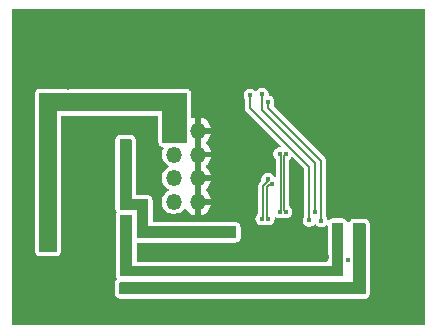
<source format=gbl>
G04 #@! TF.GenerationSoftware,KiCad,Pcbnew,9.0.0*
G04 #@! TF.CreationDate,2025-09-01T12:56:58+03:00*
G04 #@! TF.ProjectId,OV24-RV_V1.0,4f563234-2d52-4565-9f56-312e302e6b69,rev?*
G04 #@! TF.SameCoordinates,Original*
G04 #@! TF.FileFunction,Copper,L2,Bot*
G04 #@! TF.FilePolarity,Positive*
%FSLAX46Y46*%
G04 Gerber Fmt 4.6, Leading zero omitted, Abs format (unit mm)*
G04 Created by KiCad (PCBNEW 9.0.0) date 2025-09-01 12:56:58*
%MOMM*%
%LPD*%
G01*
G04 APERTURE LIST*
G04 #@! TA.AperFunction,ComponentPad*
%ADD10R,1.350000X1.350000*%
G04 #@! TD*
G04 #@! TA.AperFunction,ComponentPad*
%ADD11O,1.350000X1.350000*%
G04 #@! TD*
G04 #@! TA.AperFunction,ViaPad*
%ADD12C,0.400000*%
G04 #@! TD*
G04 #@! TA.AperFunction,ViaPad*
%ADD13C,0.508000*%
G04 #@! TD*
G04 #@! TA.AperFunction,ViaPad*
%ADD14C,0.500000*%
G04 #@! TD*
G04 #@! TA.AperFunction,Conductor*
%ADD15C,0.152400*%
G04 #@! TD*
G04 #@! TA.AperFunction,Conductor*
%ADD16C,0.200000*%
G04 #@! TD*
G04 APERTURE END LIST*
D10*
X67583750Y-70301250D03*
D11*
X69583750Y-70301250D03*
X67583750Y-72301250D03*
X69583750Y-72301250D03*
X67583750Y-74301250D03*
X69583750Y-74301250D03*
X67583750Y-76301250D03*
X69583750Y-76301250D03*
D12*
X75557250Y-77723080D03*
X75905073Y-74772573D03*
X79043750Y-77871250D03*
X74043750Y-67291250D03*
X80043750Y-77891250D03*
X75543750Y-67821250D03*
X77057250Y-72231250D03*
X77057250Y-77141250D03*
X75532427Y-74399927D03*
X75030250Y-77723080D03*
X76530250Y-72231250D03*
X76530250Y-77141250D03*
D13*
X63513750Y-71526250D03*
D12*
X72533750Y-78911250D03*
X75043750Y-67191250D03*
X79543750Y-77131250D03*
X72033750Y-81041250D03*
X80553750Y-80961250D03*
X73333750Y-64411250D03*
X81563750Y-64441250D03*
D14*
X58833750Y-78411250D03*
X59923750Y-75551250D03*
D12*
X80553750Y-64431250D03*
D14*
X59937500Y-69586250D03*
D12*
X77533750Y-64491250D03*
X82303750Y-81231250D03*
X74553750Y-64481250D03*
X79053750Y-64391250D03*
X78553750Y-81031250D03*
X76053750Y-64471250D03*
D14*
X58633750Y-66541250D03*
X58462500Y-72446250D03*
X59913750Y-81681250D03*
D12*
X73043750Y-81031250D03*
X77543750Y-81031250D03*
X76053750Y-81031250D03*
X74543750Y-81031250D03*
X56673750Y-80151250D03*
X57392500Y-74046250D03*
X56823750Y-68081250D03*
X56792500Y-74076250D03*
X57273750Y-80121250D03*
X57423750Y-68051250D03*
D13*
X63483750Y-83653750D03*
D12*
X83253750Y-78481250D03*
X81283750Y-78551250D03*
D13*
X63513750Y-77711250D03*
D15*
X75433450Y-75069116D02*
X75729993Y-74772573D01*
X75433450Y-77599280D02*
X75433450Y-75069116D01*
X75557250Y-77723080D02*
X75433450Y-77599280D01*
X75729993Y-74772573D02*
X75905073Y-74772573D01*
D16*
X79043750Y-77871250D02*
X79043750Y-73321250D01*
X74043750Y-68321250D02*
X74043750Y-67291250D01*
X79043750Y-73321250D02*
X74043750Y-68321250D01*
X75543750Y-68341250D02*
X75543750Y-67821250D01*
X80043750Y-72841250D02*
X75543750Y-68341250D01*
X80043750Y-77891250D02*
X80043750Y-72841250D01*
D15*
X77057250Y-77141250D02*
X76933450Y-77017450D01*
X77057250Y-72231250D02*
X76933450Y-72355050D01*
X76933450Y-72355050D02*
X76933450Y-77017450D01*
X75154050Y-77599280D02*
X75154050Y-74953384D01*
X75532427Y-74575007D02*
X75532427Y-74399927D01*
X75154050Y-74953384D02*
X75532427Y-74575007D01*
X75030250Y-77723080D02*
X75154050Y-77599280D01*
X76530250Y-72231250D02*
X76654050Y-72355050D01*
X76654050Y-72355050D02*
X76654050Y-77017450D01*
X76530250Y-77141250D02*
X76654050Y-77017450D01*
D16*
X79543750Y-73031250D02*
X79543750Y-77131250D01*
X75042750Y-68530250D02*
X75193750Y-68681250D01*
X75193750Y-68681250D02*
X79543750Y-73031250D01*
X75042750Y-67192250D02*
X75042750Y-68530250D01*
X75043750Y-67191250D02*
X75042750Y-67192250D01*
G04 #@! TA.AperFunction,Conductor*
G36*
X69833750Y-75985564D02*
G01*
X69829356Y-75981170D01*
X69738144Y-75928509D01*
X69636411Y-75901250D01*
X69531089Y-75901250D01*
X69429356Y-75928509D01*
X69338144Y-75981170D01*
X69333750Y-75985564D01*
X69333750Y-74616936D01*
X69338144Y-74621330D01*
X69429356Y-74673991D01*
X69531089Y-74701250D01*
X69636411Y-74701250D01*
X69738144Y-74673991D01*
X69829356Y-74621330D01*
X69833750Y-74616936D01*
X69833750Y-75985564D01*
G37*
G04 #@! TD.AperFunction*
G04 #@! TA.AperFunction,Conductor*
G36*
X69833750Y-73985564D02*
G01*
X69829356Y-73981170D01*
X69738144Y-73928509D01*
X69636411Y-73901250D01*
X69531089Y-73901250D01*
X69429356Y-73928509D01*
X69338144Y-73981170D01*
X69333750Y-73985564D01*
X69333750Y-72616936D01*
X69338144Y-72621330D01*
X69429356Y-72673991D01*
X69531089Y-72701250D01*
X69636411Y-72701250D01*
X69738144Y-72673991D01*
X69829356Y-72621330D01*
X69833750Y-72616936D01*
X69833750Y-73985564D01*
G37*
G04 #@! TD.AperFunction*
G04 #@! TA.AperFunction,Conductor*
G36*
X69833750Y-71985564D02*
G01*
X69829356Y-71981170D01*
X69738144Y-71928509D01*
X69636411Y-71901250D01*
X69531089Y-71901250D01*
X69429356Y-71928509D01*
X69338144Y-71981170D01*
X69333750Y-71985564D01*
X69333750Y-70616936D01*
X69338144Y-70621330D01*
X69429356Y-70673991D01*
X69531089Y-70701250D01*
X69636411Y-70701250D01*
X69738144Y-70673991D01*
X69829356Y-70621330D01*
X69833750Y-70616936D01*
X69833750Y-71985564D01*
G37*
G04 #@! TD.AperFunction*
G04 #@! TA.AperFunction,Conductor*
G36*
X88812441Y-59970657D02*
G01*
X88848405Y-60020157D01*
X88853250Y-60050750D01*
X88853250Y-86621750D01*
X88834343Y-86679941D01*
X88784843Y-86715905D01*
X88754250Y-86720750D01*
X53935750Y-86720750D01*
X53877559Y-86701843D01*
X53841595Y-86652343D01*
X53836750Y-86621750D01*
X53836750Y-83180250D01*
X62598250Y-83180250D01*
X62598250Y-84102265D01*
X62598932Y-84124273D01*
X62598933Y-84124288D01*
X62625312Y-84238298D01*
X62625313Y-84238300D01*
X62639660Y-84272937D01*
X62639664Y-84272945D01*
X62659011Y-84312520D01*
X62732783Y-84403366D01*
X62832055Y-84465336D01*
X62866703Y-84479688D01*
X62887319Y-84487488D01*
X63002750Y-84506750D01*
X83754766Y-84506750D01*
X83768850Y-84506312D01*
X83776782Y-84506067D01*
X83776785Y-84506066D01*
X83776788Y-84506066D01*
X83815045Y-84497214D01*
X83890797Y-84479688D01*
X83925445Y-84465336D01*
X83965020Y-84445989D01*
X84055866Y-84372217D01*
X84117836Y-84272945D01*
X84132188Y-84238297D01*
X84139988Y-84217681D01*
X84159250Y-84102250D01*
X84159250Y-78160250D01*
X84158567Y-78138218D01*
X84158566Y-78138214D01*
X84158566Y-78138211D01*
X84139316Y-78055012D01*
X84132188Y-78024203D01*
X84117836Y-77989555D01*
X84098489Y-77949980D01*
X84024717Y-77859134D01*
X83986636Y-77835362D01*
X83925447Y-77797165D01*
X83925445Y-77797164D01*
X83890799Y-77782813D01*
X83890797Y-77782812D01*
X83889427Y-77782293D01*
X83870182Y-77775012D01*
X83754750Y-77755750D01*
X82782750Y-77755750D01*
X82782734Y-77755750D01*
X82760726Y-77756432D01*
X82760711Y-77756433D01*
X82646701Y-77782812D01*
X82646699Y-77782813D01*
X82612062Y-77797160D01*
X82572479Y-77816511D01*
X82481635Y-77890281D01*
X82481634Y-77890282D01*
X82417495Y-77993029D01*
X82416306Y-77992287D01*
X82376826Y-78031414D01*
X82316352Y-78040713D01*
X82261961Y-78012690D01*
X82240815Y-77980888D01*
X82227841Y-77949567D01*
X82227840Y-77949566D01*
X82227836Y-77949555D01*
X82208489Y-77909980D01*
X82134717Y-77819134D01*
X82099524Y-77797165D01*
X82035447Y-77757165D01*
X82035445Y-77757164D01*
X82000799Y-77742813D01*
X82000797Y-77742812D01*
X81999427Y-77742293D01*
X81980182Y-77735012D01*
X81864750Y-77715750D01*
X80992750Y-77715750D01*
X80992734Y-77715750D01*
X80970726Y-77716432D01*
X80970711Y-77716433D01*
X80856701Y-77742812D01*
X80856699Y-77742813D01*
X80822062Y-77757160D01*
X80782479Y-77776511D01*
X80737106Y-77813357D01*
X80680014Y-77835362D01*
X80620892Y-77819607D01*
X80582322Y-77772110D01*
X80579074Y-77762138D01*
X80556734Y-77678765D01*
X80542570Y-77654232D01*
X80507513Y-77593510D01*
X80494250Y-77544011D01*
X80494250Y-72781942D01*
X80463549Y-72667364D01*
X80463549Y-72667362D01*
X80404242Y-72564640D01*
X80404241Y-72564639D01*
X80404240Y-72564638D01*
X80404239Y-72564636D01*
X76043321Y-68203718D01*
X76015544Y-68149201D01*
X76025115Y-68088769D01*
X76027574Y-68084240D01*
X76056734Y-68033735D01*
X76094250Y-67893725D01*
X76094250Y-67748775D01*
X76056734Y-67608765D01*
X76056732Y-67608762D01*
X76056732Y-67608760D01*
X75984262Y-67483239D01*
X75984260Y-67483237D01*
X75984259Y-67483235D01*
X75881765Y-67380741D01*
X75881762Y-67380739D01*
X75881760Y-67380737D01*
X75756238Y-67308267D01*
X75756234Y-67308265D01*
X75667626Y-67284522D01*
X75616312Y-67251198D01*
X75594386Y-67194076D01*
X75594250Y-67188896D01*
X75594250Y-67118775D01*
X75583528Y-67078760D01*
X75556734Y-66978765D01*
X75556732Y-66978762D01*
X75556732Y-66978760D01*
X75484262Y-66853239D01*
X75484260Y-66853237D01*
X75484259Y-66853235D01*
X75381765Y-66750741D01*
X75381762Y-66750739D01*
X75381760Y-66750737D01*
X75256238Y-66678267D01*
X75256239Y-66678267D01*
X75226646Y-66670337D01*
X75116225Y-66640750D01*
X74971275Y-66640750D01*
X74909540Y-66657291D01*
X74831260Y-66678267D01*
X74705739Y-66750737D01*
X74603239Y-66853237D01*
X74587595Y-66880332D01*
X74542124Y-66921271D01*
X74481273Y-66927665D01*
X74431858Y-66900834D01*
X74381765Y-66850741D01*
X74381762Y-66850739D01*
X74381760Y-66850737D01*
X74256238Y-66778267D01*
X74256239Y-66778267D01*
X74153511Y-66750741D01*
X74116225Y-66740750D01*
X73971275Y-66740750D01*
X73933989Y-66750741D01*
X73831260Y-66778267D01*
X73705739Y-66850737D01*
X73603237Y-66953239D01*
X73530767Y-67078760D01*
X73530766Y-67078765D01*
X73493250Y-67218775D01*
X73493250Y-67363725D01*
X73530766Y-67503735D01*
X73579986Y-67588987D01*
X73593250Y-67638486D01*
X73593250Y-68380559D01*
X73617463Y-68470923D01*
X73617462Y-68470923D01*
X73623950Y-68495136D01*
X73623952Y-68495140D01*
X73683257Y-68597859D01*
X73683258Y-68597860D01*
X73683259Y-68597861D01*
X73683261Y-68597864D01*
X75141041Y-70055644D01*
X76597143Y-71511746D01*
X76624920Y-71566263D01*
X76615349Y-71626695D01*
X76572084Y-71669960D01*
X76527139Y-71680750D01*
X76457775Y-71680750D01*
X76396040Y-71697291D01*
X76317760Y-71718267D01*
X76192239Y-71790737D01*
X76089737Y-71893239D01*
X76017267Y-72018760D01*
X76007384Y-72055644D01*
X75979750Y-72158775D01*
X75979750Y-72303725D01*
X76006151Y-72402253D01*
X76017267Y-72443739D01*
X76089737Y-72569260D01*
X76089739Y-72569262D01*
X76089741Y-72569265D01*
X76192235Y-72671759D01*
X76192237Y-72671760D01*
X76196824Y-72676347D01*
X76194959Y-72678211D01*
X76223273Y-72719407D01*
X76227350Y-72747525D01*
X76227350Y-74133095D01*
X76208443Y-74191286D01*
X76158943Y-74227250D01*
X76097757Y-74227250D01*
X76048257Y-74191286D01*
X76042614Y-74182595D01*
X75972939Y-74061916D01*
X75972937Y-74061914D01*
X75972936Y-74061912D01*
X75870442Y-73959418D01*
X75870439Y-73959416D01*
X75870437Y-73959414D01*
X75744915Y-73886944D01*
X75744916Y-73886944D01*
X75715323Y-73879014D01*
X75604902Y-73849427D01*
X75459952Y-73849427D01*
X75398217Y-73865968D01*
X75319937Y-73886944D01*
X75194416Y-73959414D01*
X75091914Y-74061916D01*
X75019444Y-74187437D01*
X74981927Y-74327452D01*
X74981927Y-74478891D01*
X74979296Y-74478891D01*
X74978706Y-74482067D01*
X74980959Y-74496288D01*
X74973262Y-74511394D01*
X74970167Y-74528067D01*
X74953182Y-74550805D01*
X74892050Y-74611938D01*
X74812607Y-74691381D01*
X74812605Y-74691383D01*
X74812605Y-74691384D01*
X74756429Y-74788684D01*
X74733944Y-74872601D01*
X74727350Y-74897209D01*
X74727350Y-77206804D01*
X74708443Y-77264995D01*
X74696302Y-77277461D01*
X74696824Y-77277983D01*
X74692237Y-77282569D01*
X74692235Y-77282571D01*
X74621071Y-77353735D01*
X74589738Y-77385068D01*
X74589737Y-77385069D01*
X74517267Y-77510590D01*
X74495049Y-77593510D01*
X74479750Y-77650605D01*
X74479750Y-77795555D01*
X74505132Y-77890281D01*
X74517267Y-77935569D01*
X74589737Y-78061090D01*
X74589739Y-78061092D01*
X74589741Y-78061095D01*
X74692235Y-78163589D01*
X74692237Y-78163590D01*
X74692239Y-78163592D01*
X74817761Y-78236062D01*
X74817762Y-78236062D01*
X74817765Y-78236064D01*
X74957775Y-78273580D01*
X74957776Y-78273580D01*
X75102724Y-78273580D01*
X75102725Y-78273580D01*
X75242735Y-78236064D01*
X75244249Y-78235189D01*
X75245476Y-78234928D01*
X75248733Y-78233580D01*
X75248982Y-78234183D01*
X75304096Y-78222468D01*
X75338711Y-78233714D01*
X75338767Y-78233580D01*
X75340478Y-78234288D01*
X75343250Y-78235189D01*
X75344765Y-78236064D01*
X75484775Y-78273580D01*
X75484776Y-78273580D01*
X75629724Y-78273580D01*
X75629725Y-78273580D01*
X75769735Y-78236064D01*
X75769737Y-78236062D01*
X75769739Y-78236062D01*
X75895260Y-78163592D01*
X75895260Y-78163591D01*
X75895265Y-78163589D01*
X75997759Y-78061095D01*
X76012392Y-78035750D01*
X76070232Y-77935569D01*
X76070232Y-77935567D01*
X76070234Y-77935565D01*
X76107750Y-77795555D01*
X76107750Y-77704454D01*
X76126657Y-77646263D01*
X76176157Y-77610299D01*
X76237343Y-77610299D01*
X76256245Y-77618715D01*
X76317765Y-77654234D01*
X76457775Y-77691750D01*
X76457776Y-77691750D01*
X76602724Y-77691750D01*
X76602725Y-77691750D01*
X76742735Y-77654234D01*
X76744249Y-77653359D01*
X76745476Y-77653098D01*
X76748733Y-77651750D01*
X76748982Y-77652353D01*
X76804096Y-77640638D01*
X76838711Y-77651884D01*
X76838767Y-77651750D01*
X76840478Y-77652458D01*
X76843250Y-77653359D01*
X76844765Y-77654234D01*
X76984775Y-77691750D01*
X76984776Y-77691750D01*
X77129724Y-77691750D01*
X77129725Y-77691750D01*
X77269735Y-77654234D01*
X77269737Y-77654232D01*
X77269739Y-77654232D01*
X77395260Y-77581762D01*
X77395260Y-77581761D01*
X77395265Y-77581759D01*
X77497759Y-77479265D01*
X77513906Y-77451298D01*
X77570232Y-77353739D01*
X77570232Y-77353737D01*
X77570234Y-77353735D01*
X77607750Y-77213725D01*
X77607750Y-77068775D01*
X77570234Y-76928765D01*
X77570232Y-76928762D01*
X77570232Y-76928760D01*
X77497762Y-76803239D01*
X77497760Y-76803237D01*
X77497759Y-76803235D01*
X77395265Y-76700741D01*
X77395262Y-76700739D01*
X77390676Y-76696153D01*
X77392535Y-76694293D01*
X77364215Y-76653053D01*
X77360150Y-76624974D01*
X77360150Y-72747525D01*
X77362574Y-72740062D01*
X77361325Y-72732315D01*
X77369656Y-72718265D01*
X77379057Y-72689334D01*
X77388949Y-72677720D01*
X77394352Y-72672285D01*
X77395265Y-72671759D01*
X77497759Y-72569265D01*
X77499097Y-72566947D01*
X77505500Y-72560508D01*
X77527340Y-72549301D01*
X77547571Y-72535394D01*
X77554113Y-72535564D01*
X77559938Y-72532576D01*
X77584194Y-72536347D01*
X77608736Y-72536987D01*
X77615419Y-72541203D01*
X77620396Y-72541977D01*
X77626904Y-72548448D01*
X77645705Y-72560309D01*
X78564254Y-73478857D01*
X78592031Y-73533374D01*
X78593250Y-73548861D01*
X78593250Y-77524011D01*
X78579987Y-77573510D01*
X78530766Y-77658763D01*
X78504401Y-77757160D01*
X78493250Y-77798775D01*
X78493250Y-77943725D01*
X78517908Y-78035750D01*
X78530767Y-78083739D01*
X78603237Y-78209260D01*
X78603239Y-78209262D01*
X78603241Y-78209265D01*
X78705735Y-78311759D01*
X78705737Y-78311760D01*
X78705739Y-78311762D01*
X78831261Y-78384232D01*
X78831262Y-78384232D01*
X78831265Y-78384234D01*
X78971275Y-78421750D01*
X78971276Y-78421750D01*
X79116224Y-78421750D01*
X79116225Y-78421750D01*
X79256235Y-78384234D01*
X79256237Y-78384232D01*
X79256239Y-78384232D01*
X79381760Y-78311762D01*
X79381760Y-78311761D01*
X79381765Y-78311759D01*
X79463748Y-78229775D01*
X79518263Y-78202000D01*
X79578695Y-78211571D01*
X79603750Y-78229774D01*
X79705735Y-78331759D01*
X79705737Y-78331760D01*
X79705739Y-78331762D01*
X79831261Y-78404232D01*
X79831262Y-78404232D01*
X79831265Y-78404234D01*
X79971275Y-78441750D01*
X79971276Y-78441750D01*
X80116224Y-78441750D01*
X80116225Y-78441750D01*
X80256235Y-78404234D01*
X80256237Y-78404232D01*
X80256239Y-78404232D01*
X80381760Y-78331762D01*
X80381760Y-78331761D01*
X80381765Y-78331759D01*
X80419248Y-78294275D01*
X80473763Y-78266500D01*
X80534195Y-78276071D01*
X80577460Y-78319336D01*
X80588250Y-78364281D01*
X80588250Y-80862887D01*
X80591291Y-80909288D01*
X80592961Y-80921974D01*
X80592963Y-80921986D01*
X80596847Y-80941505D01*
X80598750Y-80960822D01*
X80598750Y-80961675D01*
X80596847Y-80980991D01*
X80592966Y-81000498D01*
X80592962Y-81000524D01*
X80591291Y-81013212D01*
X80588250Y-81059611D01*
X80588250Y-81296750D01*
X80569343Y-81354941D01*
X80519843Y-81390905D01*
X80489250Y-81395750D01*
X64518250Y-81395750D01*
X64460059Y-81376843D01*
X64424095Y-81327343D01*
X64419250Y-81296750D01*
X64419250Y-79855750D01*
X64438157Y-79797559D01*
X64487657Y-79761595D01*
X64518250Y-79756750D01*
X72814766Y-79756750D01*
X72828850Y-79756312D01*
X72836782Y-79756067D01*
X72836785Y-79756066D01*
X72836788Y-79756066D01*
X72875045Y-79747214D01*
X72950797Y-79729688D01*
X72985445Y-79715336D01*
X73025020Y-79695989D01*
X73115866Y-79622217D01*
X73177836Y-79522945D01*
X73192188Y-79488297D01*
X73199988Y-79467681D01*
X73219250Y-79352250D01*
X73219250Y-78440250D01*
X73218567Y-78418218D01*
X73218566Y-78418214D01*
X73218566Y-78418211D01*
X73195689Y-78319336D01*
X73192188Y-78304203D01*
X73177836Y-78269555D01*
X73158489Y-78229980D01*
X73084717Y-78139134D01*
X72995978Y-78083739D01*
X72985447Y-78077165D01*
X72985445Y-78077164D01*
X72950797Y-78062812D01*
X72946246Y-78061090D01*
X72930182Y-78055012D01*
X72814750Y-78035750D01*
X65878250Y-78035750D01*
X65820059Y-78016843D01*
X65784095Y-77967343D01*
X65779250Y-77936750D01*
X65779250Y-76140234D01*
X65778567Y-76118226D01*
X65778567Y-76118218D01*
X65778566Y-76118214D01*
X65778566Y-76118211D01*
X65757255Y-76026104D01*
X65752188Y-76004203D01*
X65737836Y-75969555D01*
X65718489Y-75929980D01*
X65644717Y-75839134D01*
X65545445Y-75777164D01*
X65510797Y-75762812D01*
X65509427Y-75762293D01*
X65490182Y-75755012D01*
X65374750Y-75735750D01*
X64448250Y-75735750D01*
X64390059Y-75716843D01*
X64354095Y-75667343D01*
X64349250Y-75636750D01*
X64349250Y-71030234D01*
X64348567Y-71008226D01*
X64348567Y-71008218D01*
X64348566Y-71008214D01*
X64348566Y-71008211D01*
X64327481Y-70917081D01*
X64322188Y-70894203D01*
X64307836Y-70859555D01*
X64288489Y-70819980D01*
X64214717Y-70729134D01*
X64146438Y-70686511D01*
X64115447Y-70667165D01*
X64115445Y-70667164D01*
X64080799Y-70652813D01*
X64080797Y-70652812D01*
X64079427Y-70652293D01*
X64060182Y-70645012D01*
X63944750Y-70625750D01*
X63032750Y-70625750D01*
X63032734Y-70625750D01*
X63010726Y-70626432D01*
X63010711Y-70626433D01*
X62896701Y-70652812D01*
X62896699Y-70652813D01*
X62862062Y-70667160D01*
X62822479Y-70686511D01*
X62731635Y-70760281D01*
X62731634Y-70760282D01*
X62669665Y-70859552D01*
X62669664Y-70859554D01*
X62655309Y-70894210D01*
X62647512Y-70914817D01*
X62628250Y-71030250D01*
X62628250Y-76912265D01*
X62628932Y-76934273D01*
X62628933Y-76934288D01*
X62655312Y-77048298D01*
X62655313Y-77048300D01*
X62669660Y-77082937D01*
X62689011Y-77122520D01*
X62708023Y-77145932D01*
X62730028Y-77203023D01*
X62715152Y-77260762D01*
X62709666Y-77269550D01*
X62709665Y-77269552D01*
X62695309Y-77304210D01*
X62687512Y-77324817D01*
X62668250Y-77440250D01*
X62668250Y-82502265D01*
X62668932Y-82524273D01*
X62668933Y-82524288D01*
X62695312Y-82638298D01*
X62695313Y-82638300D01*
X62709660Y-82672937D01*
X62729011Y-82712520D01*
X62752500Y-82741445D01*
X62774505Y-82798536D01*
X62758750Y-82857658D01*
X62738057Y-82880704D01*
X62701636Y-82910280D01*
X62701634Y-82910282D01*
X62639665Y-83009552D01*
X62639664Y-83009554D01*
X62625309Y-83044210D01*
X62617512Y-83064817D01*
X62598250Y-83180250D01*
X53836750Y-83180250D01*
X53836750Y-67130250D01*
X55838250Y-67130250D01*
X55838250Y-80492265D01*
X55838932Y-80514273D01*
X55838933Y-80514288D01*
X55865312Y-80628298D01*
X55865313Y-80628300D01*
X55879660Y-80662937D01*
X55879664Y-80662945D01*
X55899011Y-80702520D01*
X55972783Y-80793366D01*
X56072055Y-80855336D01*
X56106703Y-80869688D01*
X56127319Y-80877488D01*
X56242750Y-80896750D01*
X57604766Y-80896750D01*
X57618850Y-80896312D01*
X57626782Y-80896067D01*
X57626785Y-80896066D01*
X57626788Y-80896066D01*
X57665045Y-80887214D01*
X57740797Y-80869688D01*
X57775445Y-80855336D01*
X57815020Y-80835989D01*
X57905866Y-80762217D01*
X57967836Y-80662945D01*
X57982188Y-80628297D01*
X57989988Y-80607681D01*
X58009250Y-80492250D01*
X58009250Y-69105750D01*
X58028157Y-69047559D01*
X58077657Y-69011595D01*
X58108250Y-69006750D01*
X66159250Y-69006750D01*
X66217441Y-69025657D01*
X66253405Y-69075157D01*
X66258250Y-69105750D01*
X66258250Y-71252265D01*
X66258932Y-71274273D01*
X66258933Y-71274288D01*
X66285312Y-71388298D01*
X66285313Y-71388300D01*
X66299660Y-71422937D01*
X66299664Y-71422945D01*
X66319011Y-71462520D01*
X66392783Y-71553366D01*
X66492055Y-71615336D01*
X66526703Y-71629688D01*
X66547319Y-71637488D01*
X66618004Y-71649283D01*
X66672287Y-71677509D01*
X66699614Y-71732253D01*
X66689543Y-71792604D01*
X66684025Y-71801931D01*
X66674968Y-71815485D01*
X66674963Y-71815495D01*
X66597660Y-72002119D01*
X66597658Y-72002125D01*
X66558250Y-72200244D01*
X66558250Y-72402255D01*
X66597658Y-72600374D01*
X66597660Y-72600380D01*
X66674963Y-72787005D01*
X66761876Y-72917080D01*
X66787192Y-72954968D01*
X66930032Y-73097808D01*
X67097994Y-73210036D01*
X67097996Y-73210037D01*
X67097998Y-73210038D01*
X67102283Y-73212329D01*
X67101682Y-73213451D01*
X67143917Y-73249525D01*
X67158199Y-73309020D01*
X67134782Y-73365547D01*
X67101893Y-73389442D01*
X67102283Y-73390171D01*
X67097998Y-73392461D01*
X66930035Y-73504689D01*
X66787189Y-73647535D01*
X66674963Y-73815494D01*
X66597660Y-74002119D01*
X66597658Y-74002125D01*
X66558250Y-74200244D01*
X66558250Y-74402255D01*
X66597658Y-74600374D01*
X66597660Y-74600380D01*
X66674963Y-74787005D01*
X66761876Y-74917080D01*
X66787192Y-74954968D01*
X66930032Y-75097808D01*
X67097994Y-75210036D01*
X67097996Y-75210037D01*
X67097998Y-75210038D01*
X67102283Y-75212329D01*
X67101682Y-75213451D01*
X67143917Y-75249525D01*
X67158199Y-75309020D01*
X67134782Y-75365547D01*
X67101893Y-75389442D01*
X67102283Y-75390171D01*
X67097998Y-75392461D01*
X66930035Y-75504689D01*
X66787189Y-75647535D01*
X66674963Y-75815494D01*
X66597660Y-76002119D01*
X66597658Y-76002125D01*
X66558250Y-76200244D01*
X66558250Y-76402255D01*
X66597658Y-76600374D01*
X66597660Y-76600380D01*
X66674963Y-76787005D01*
X66773364Y-76934273D01*
X66787192Y-76954968D01*
X66930032Y-77097808D01*
X67097994Y-77210036D01*
X67284623Y-77287341D01*
X67482747Y-77326750D01*
X67482748Y-77326750D01*
X67684752Y-77326750D01*
X67684753Y-77326750D01*
X67882877Y-77287341D01*
X68069506Y-77210036D01*
X68237468Y-77097808D01*
X68380308Y-76954968D01*
X68410033Y-76910480D01*
X68458082Y-76872601D01*
X68519220Y-76870198D01*
X68570094Y-76904190D01*
X68576338Y-76914026D01*
X68576766Y-76913765D01*
X68578797Y-76917080D01*
X68687512Y-77066712D01*
X68818287Y-77197487D01*
X68967918Y-77306201D01*
X69132708Y-77390165D01*
X69308599Y-77447315D01*
X69333750Y-77451298D01*
X69333750Y-76616936D01*
X69338144Y-76621330D01*
X69429356Y-76673991D01*
X69531089Y-76701250D01*
X69636411Y-76701250D01*
X69738144Y-76673991D01*
X69829356Y-76621330D01*
X69833750Y-76616936D01*
X69833750Y-77451298D01*
X69858900Y-77447315D01*
X70034791Y-77390165D01*
X70199581Y-77306201D01*
X70349212Y-77197487D01*
X70479987Y-77066712D01*
X70588701Y-76917081D01*
X70672665Y-76752291D01*
X70729817Y-76576395D01*
X70729818Y-76576389D01*
X70733800Y-76551250D01*
X69899436Y-76551250D01*
X69903830Y-76546856D01*
X69956491Y-76455644D01*
X69983750Y-76353911D01*
X69983750Y-76248589D01*
X69956491Y-76146856D01*
X69903830Y-76055644D01*
X69899436Y-76051250D01*
X70733800Y-76051250D01*
X70733800Y-76051249D01*
X70729818Y-76026110D01*
X70729817Y-76026104D01*
X70672665Y-75850208D01*
X70588701Y-75685418D01*
X70479987Y-75535787D01*
X70349209Y-75405009D01*
X70316635Y-75381343D01*
X70280671Y-75331843D01*
X70280670Y-75270658D01*
X70316634Y-75221158D01*
X70316635Y-75221157D01*
X70349209Y-75197490D01*
X70479987Y-75066712D01*
X70588701Y-74917081D01*
X70672665Y-74752291D01*
X70729817Y-74576395D01*
X70729818Y-74576389D01*
X70733800Y-74551250D01*
X69899436Y-74551250D01*
X69903830Y-74546856D01*
X69956491Y-74455644D01*
X69983750Y-74353911D01*
X69983750Y-74248589D01*
X69956491Y-74146856D01*
X69903830Y-74055644D01*
X69899436Y-74051250D01*
X70733800Y-74051250D01*
X70733800Y-74051249D01*
X70729818Y-74026110D01*
X70729817Y-74026104D01*
X70672665Y-73850208D01*
X70588701Y-73685418D01*
X70479987Y-73535787D01*
X70349209Y-73405009D01*
X70316635Y-73381343D01*
X70280671Y-73331843D01*
X70280670Y-73270658D01*
X70316634Y-73221158D01*
X70316635Y-73221157D01*
X70349209Y-73197490D01*
X70479987Y-73066712D01*
X70588701Y-72917081D01*
X70672665Y-72752291D01*
X70729817Y-72576395D01*
X70729818Y-72576389D01*
X70733800Y-72551250D01*
X69899436Y-72551250D01*
X69903830Y-72546856D01*
X69956491Y-72455644D01*
X69983750Y-72353911D01*
X69983750Y-72248589D01*
X69956491Y-72146856D01*
X69903830Y-72055644D01*
X69899436Y-72051250D01*
X70733800Y-72051250D01*
X70733800Y-72051249D01*
X70729818Y-72026110D01*
X70729817Y-72026104D01*
X70672665Y-71850208D01*
X70588701Y-71685418D01*
X70479987Y-71535787D01*
X70349209Y-71405009D01*
X70316635Y-71381343D01*
X70280671Y-71331843D01*
X70280670Y-71270658D01*
X70316634Y-71221158D01*
X70316635Y-71221157D01*
X70349209Y-71197490D01*
X70479987Y-71066712D01*
X70588701Y-70917081D01*
X70672665Y-70752291D01*
X70729817Y-70576395D01*
X70729818Y-70576389D01*
X70733800Y-70551250D01*
X69899436Y-70551250D01*
X69903830Y-70546856D01*
X69956491Y-70455644D01*
X69983750Y-70353911D01*
X69983750Y-70248589D01*
X69956491Y-70146856D01*
X69903830Y-70055644D01*
X69899436Y-70051250D01*
X70733800Y-70051250D01*
X70733800Y-70051249D01*
X70729818Y-70026110D01*
X70729817Y-70026104D01*
X70672665Y-69850208D01*
X70588701Y-69685418D01*
X70479987Y-69535787D01*
X70349212Y-69405012D01*
X70199581Y-69296298D01*
X70034791Y-69212334D01*
X69858895Y-69155182D01*
X69858889Y-69155181D01*
X69833750Y-69151199D01*
X69833750Y-69985564D01*
X69829356Y-69981170D01*
X69738144Y-69928509D01*
X69636411Y-69901250D01*
X69531089Y-69901250D01*
X69429356Y-69928509D01*
X69338144Y-69981170D01*
X69333750Y-69985564D01*
X69333750Y-69151200D01*
X69333749Y-69151199D01*
X69308610Y-69155181D01*
X69308604Y-69155182D01*
X69158842Y-69203843D01*
X69097657Y-69203843D01*
X69048157Y-69167879D01*
X69029250Y-69109688D01*
X69029250Y-67130234D01*
X69028567Y-67108226D01*
X69028567Y-67108218D01*
X69028566Y-67108214D01*
X69028566Y-67108211D01*
X69007311Y-67016345D01*
X69002188Y-66994203D01*
X68987836Y-66959555D01*
X68968489Y-66919980D01*
X68894717Y-66829134D01*
X68826438Y-66786511D01*
X68795447Y-66767165D01*
X68795445Y-66767164D01*
X68760799Y-66752813D01*
X68760797Y-66752812D01*
X68755313Y-66750737D01*
X68740182Y-66745012D01*
X68624750Y-66725750D01*
X56242750Y-66725750D01*
X56242734Y-66725750D01*
X56220726Y-66726432D01*
X56220711Y-66726433D01*
X56106701Y-66752812D01*
X56106699Y-66752813D01*
X56072062Y-66767160D01*
X56032479Y-66786511D01*
X55941635Y-66860281D01*
X55941634Y-66860282D01*
X55879665Y-66959552D01*
X55879664Y-66959554D01*
X55865309Y-66994210D01*
X55857512Y-67014817D01*
X55838250Y-67130250D01*
X53836750Y-67130250D01*
X53836750Y-60050750D01*
X53855657Y-59992559D01*
X53905157Y-59956595D01*
X53935750Y-59951750D01*
X88754250Y-59951750D01*
X88812441Y-59970657D01*
G37*
G04 #@! TD.AperFunction*
G04 #@! TA.AperFunction,Conductor*
G36*
X83789398Y-78125602D02*
G01*
X83803750Y-78160250D01*
X83803750Y-84102250D01*
X83789398Y-84136898D01*
X83754750Y-84151250D01*
X63002750Y-84151250D01*
X62968102Y-84136898D01*
X62953750Y-84102250D01*
X62953750Y-83180250D01*
X62968102Y-83145602D01*
X63002750Y-83131250D01*
X82733750Y-83131250D01*
X82733750Y-78160250D01*
X82748102Y-78125602D01*
X82782750Y-78111250D01*
X83754750Y-78111250D01*
X83789398Y-78125602D01*
G37*
G04 #@! TD.AperFunction*
G04 #@! TA.AperFunction,Conductor*
G36*
X68659398Y-67095602D02*
G01*
X68673750Y-67130250D01*
X68673750Y-71252250D01*
X68659398Y-71286898D01*
X68624750Y-71301250D01*
X66662750Y-71301250D01*
X66628102Y-71286898D01*
X66613750Y-71252250D01*
X66613750Y-68651250D01*
X57653750Y-68651250D01*
X57653750Y-80492250D01*
X57639398Y-80526898D01*
X57604750Y-80541250D01*
X56242750Y-80541250D01*
X56208102Y-80526898D01*
X56193750Y-80492250D01*
X56193750Y-67130250D01*
X56208102Y-67095602D01*
X56242750Y-67081250D01*
X68624750Y-67081250D01*
X68659398Y-67095602D01*
G37*
G04 #@! TD.AperFunction*
G04 #@! TA.AperFunction,Conductor*
G36*
X63979398Y-70995602D02*
G01*
X63993750Y-71030250D01*
X63993750Y-76091250D01*
X65374750Y-76091250D01*
X65409398Y-76105602D01*
X65423750Y-76140250D01*
X65423750Y-78391250D01*
X72814750Y-78391250D01*
X72849398Y-78405602D01*
X72863750Y-78440250D01*
X72863750Y-79352250D01*
X72849398Y-79386898D01*
X72814750Y-79401250D01*
X64462750Y-79401250D01*
X64428102Y-79386898D01*
X64413750Y-79352250D01*
X64413750Y-76961250D01*
X63032750Y-76961250D01*
X62998102Y-76946898D01*
X62983750Y-76912250D01*
X62983750Y-71030250D01*
X62998102Y-70995602D01*
X63032750Y-70981250D01*
X63944750Y-70981250D01*
X63979398Y-70995602D01*
G37*
G04 #@! TD.AperFunction*
G04 #@! TA.AperFunction,Conductor*
G36*
X64049398Y-77405602D02*
G01*
X64063750Y-77440250D01*
X64063750Y-81751250D01*
X80943750Y-81751250D01*
X80943750Y-81059613D01*
X80945420Y-81046930D01*
X80954250Y-81013978D01*
X80954250Y-80908521D01*
X80945420Y-80875569D01*
X80943750Y-80862886D01*
X80943750Y-78120250D01*
X80958102Y-78085602D01*
X80992750Y-78071250D01*
X81864750Y-78071250D01*
X81899398Y-78085602D01*
X81913750Y-78120250D01*
X81913750Y-81132886D01*
X81912080Y-81145569D01*
X81903250Y-81178521D01*
X81903250Y-81283978D01*
X81912080Y-81316930D01*
X81913750Y-81329613D01*
X81913750Y-82502250D01*
X81899398Y-82536898D01*
X81864750Y-82551250D01*
X63072750Y-82551250D01*
X63038102Y-82536898D01*
X63023750Y-82502250D01*
X63023750Y-77440250D01*
X63038102Y-77405602D01*
X63072750Y-77391250D01*
X64014750Y-77391250D01*
X64049398Y-77405602D01*
G37*
G04 #@! TD.AperFunction*
M02*

</source>
